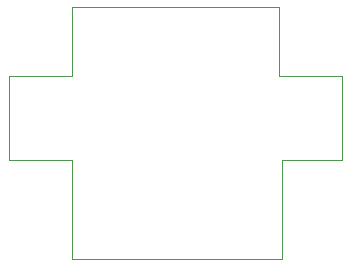
<source format=gm1>
%TF.GenerationSoftware,KiCad,Pcbnew,5.1.12-84ad8e8a86~92~ubuntu20.04.1*%
%TF.CreationDate,2021-12-07T00:18:18-06:00*%
%TF.ProjectId,portboard_ffc,706f7274-626f-4617-9264-5f6666632e6b,rev?*%
%TF.SameCoordinates,Original*%
%TF.FileFunction,Profile,NP*%
%FSLAX46Y46*%
G04 Gerber Fmt 4.6, Leading zero omitted, Abs format (unit mm)*
G04 Created by KiCad (PCBNEW 5.1.12-84ad8e8a86~92~ubuntu20.04.1) date 2021-12-07 00:18:18*
%MOMM*%
%LPD*%
G01*
G04 APERTURE LIST*
%TA.AperFunction,Profile*%
%ADD10C,0.050000*%
%TD*%
G04 APERTURE END LIST*
D10*
X58166000Y-36068000D02*
X58166000Y-30162500D01*
X52832000Y-36068000D02*
X58166000Y-36068000D01*
X52832000Y-43180000D02*
X52832000Y-36068000D01*
X58166000Y-43180000D02*
X52832000Y-43180000D01*
X58166000Y-51562000D02*
X58166000Y-43180000D01*
X75946000Y-51562000D02*
X58166000Y-51562000D01*
X75946000Y-43180000D02*
X75946000Y-51562000D01*
X81026000Y-43180000D02*
X75946000Y-43180000D01*
X81026000Y-36068000D02*
X81026000Y-43180000D01*
X75692000Y-36068000D02*
X81026000Y-36068000D01*
X75692000Y-30162500D02*
X75692000Y-36068000D01*
X58166000Y-30162500D02*
X75692000Y-30162500D01*
M02*

</source>
